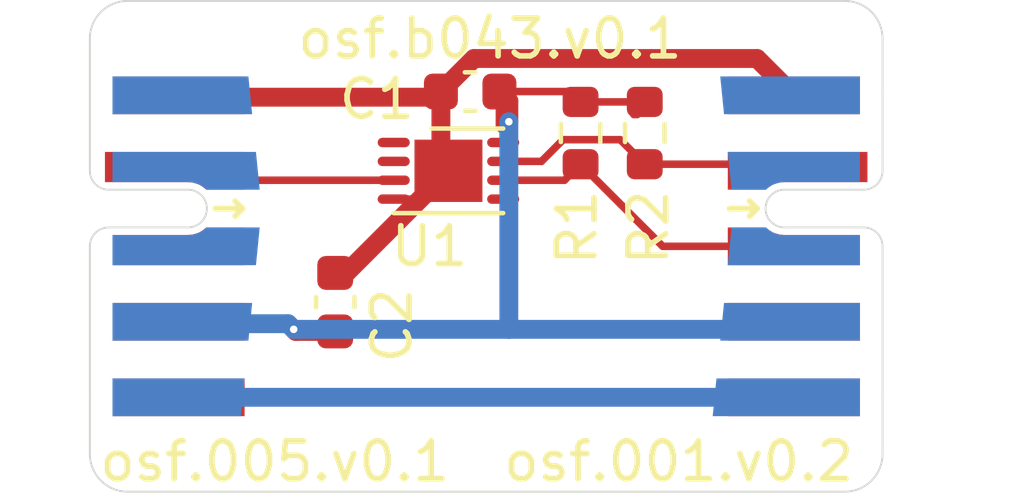
<source format=kicad_pcb>
(kicad_pcb (version 20171130) (host pcbnew "(5.1.9)-1")

  (general
    (thickness 1.6)
    (drawings 13)
    (tracks 44)
    (zones 0)
    (modules 7)
    (nets 7)
  )

  (page A4)
  (layers
    (0 F.Cu signal)
    (31 B.Cu signal)
    (32 B.Adhes user)
    (33 F.Adhes user)
    (34 B.Paste user)
    (35 F.Paste user)
    (36 B.SilkS user)
    (37 F.SilkS user)
    (38 B.Mask user)
    (39 F.Mask user)
    (40 Dwgs.User user)
    (41 Cmts.User user)
    (42 Eco1.User user)
    (43 Eco2.User user)
    (44 Edge.Cuts user)
    (45 Margin user)
    (46 B.CrtYd user)
    (47 F.CrtYd user)
    (48 B.Fab user)
    (49 F.Fab user)
  )

  (setup
    (last_trace_width 0.15)
    (user_trace_width 0.2)
    (user_trace_width 0.5)
    (trace_clearance 0.15)
    (zone_clearance 0.4)
    (zone_45_only no)
    (trace_min 0.15)
    (via_size 0.45)
    (via_drill 0.2)
    (via_min_size 0.45)
    (via_min_drill 0.2)
    (uvia_size 0.3)
    (uvia_drill 0.1)
    (uvias_allowed no)
    (uvia_min_size 0.2)
    (uvia_min_drill 0.1)
    (edge_width 0.05)
    (segment_width 0.2)
    (pcb_text_width 0.3)
    (pcb_text_size 1.5 1.5)
    (mod_edge_width 0.12)
    (mod_text_size 1 1)
    (mod_text_width 0.15)
    (pad_size 1.524 1.524)
    (pad_drill 0.762)
    (pad_to_mask_clearance 0.04)
    (solder_mask_min_width 0.1)
    (aux_axis_origin 0 0)
    (visible_elements 7FFFFFFF)
    (pcbplotparams
      (layerselection 0x010fc_ffffffff)
      (usegerberextensions false)
      (usegerberattributes false)
      (usegerberadvancedattributes false)
      (creategerberjobfile false)
      (excludeedgelayer true)
      (linewidth 0.100000)
      (plotframeref false)
      (viasonmask false)
      (mode 1)
      (useauxorigin false)
      (hpglpennumber 1)
      (hpglpenspeed 20)
      (hpglpendiameter 15.000000)
      (psnegative false)
      (psa4output false)
      (plotreference true)
      (plotvalue true)
      (plotinvisibletext false)
      (padsonsilk false)
      (subtractmaskfromsilk false)
      (outputformat 1)
      (mirror false)
      (drillshape 0)
      (scaleselection 1)
      (outputdirectory "gerber"))
  )

  (net 0 "")
  (net 1 GND)
  (net 2 +3V3)
  (net 3 /bridge/1wire)
  (net 4 +5V)
  (net 5 /bridge/SDA)
  (net 6 /bridge/SCL)

  (net_class Default "This is the default net class."
    (clearance 0.15)
    (trace_width 0.15)
    (via_dia 0.45)
    (via_drill 0.2)
    (uvia_dia 0.3)
    (uvia_drill 0.1)
    (add_net +3V3)
    (add_net +5V)
    (add_net /bridge/1wire)
    (add_net /bridge/SCL)
    (add_net /bridge/SDA)
    (add_net GND)
  )

  (module Resistor_SMD:R_0603_1608Metric (layer F.Cu) (tedit 5F68FEEE) (tstamp 60A85415)
    (at 91.7 77.5 270)
    (descr "Resistor SMD 0603 (1608 Metric), square (rectangular) end terminal, IPC_7351 nominal, (Body size source: IPC-SM-782 page 72, https://www.pcb-3d.com/wordpress/wp-content/uploads/ipc-sm-782a_amendment_1_and_2.pdf), generated with kicad-footprint-generator")
    (tags resistor)
    (path /60A8884F/60A8BE6F)
    (attr smd)
    (fp_text reference R2 (at 2.5 -0.1 90) (layer F.SilkS)
      (effects (font (size 1 1) (thickness 0.15)))
    )
    (fp_text value 2.2k (at 0 1.43 90) (layer F.Fab)
      (effects (font (size 1 1) (thickness 0.15)))
    )
    (fp_line (start -0.8 0.4125) (end -0.8 -0.4125) (layer F.Fab) (width 0.1))
    (fp_line (start -0.8 -0.4125) (end 0.8 -0.4125) (layer F.Fab) (width 0.1))
    (fp_line (start 0.8 -0.4125) (end 0.8 0.4125) (layer F.Fab) (width 0.1))
    (fp_line (start 0.8 0.4125) (end -0.8 0.4125) (layer F.Fab) (width 0.1))
    (fp_line (start -0.237258 -0.5225) (end 0.237258 -0.5225) (layer F.SilkS) (width 0.12))
    (fp_line (start -0.237258 0.5225) (end 0.237258 0.5225) (layer F.SilkS) (width 0.12))
    (fp_line (start -1.48 0.73) (end -1.48 -0.73) (layer F.CrtYd) (width 0.05))
    (fp_line (start -1.48 -0.73) (end 1.48 -0.73) (layer F.CrtYd) (width 0.05))
    (fp_line (start 1.48 -0.73) (end 1.48 0.73) (layer F.CrtYd) (width 0.05))
    (fp_line (start 1.48 0.73) (end -1.48 0.73) (layer F.CrtYd) (width 0.05))
    (fp_text user %R (at 0 0 90) (layer F.Fab)
      (effects (font (size 0.4 0.4) (thickness 0.06)))
    )
    (pad 2 smd roundrect (at 0.825 0 270) (size 0.8 0.95) (layers F.Cu F.Paste F.Mask) (roundrect_rratio 0.25)
      (net 5 /bridge/SDA))
    (pad 1 smd roundrect (at -0.825 0 270) (size 0.8 0.95) (layers F.Cu F.Paste F.Mask) (roundrect_rratio 0.25)
      (net 2 +3V3))
    (model ${KISYS3DMOD}/Resistor_SMD.3dshapes/R_0603_1608Metric.wrl
      (at (xyz 0 0 0))
      (scale (xyz 1 1 1))
      (rotate (xyz 0 0 0))
    )
  )

  (module Resistor_SMD:R_0603_1608Metric (layer F.Cu) (tedit 5F68FEEE) (tstamp 60A85404)
    (at 90 77.5 270)
    (descr "Resistor SMD 0603 (1608 Metric), square (rectangular) end terminal, IPC_7351 nominal, (Body size source: IPC-SM-782 page 72, https://www.pcb-3d.com/wordpress/wp-content/uploads/ipc-sm-782a_amendment_1_and_2.pdf), generated with kicad-footprint-generator")
    (tags resistor)
    (path /60A8884F/60A899C0)
    (attr smd)
    (fp_text reference R1 (at 2.5 0.1 90) (layer F.SilkS)
      (effects (font (size 1 1) (thickness 0.15)))
    )
    (fp_text value 2.2k (at 0 1.43 90) (layer F.Fab)
      (effects (font (size 1 1) (thickness 0.15)))
    )
    (fp_line (start -0.8 0.4125) (end -0.8 -0.4125) (layer F.Fab) (width 0.1))
    (fp_line (start -0.8 -0.4125) (end 0.8 -0.4125) (layer F.Fab) (width 0.1))
    (fp_line (start 0.8 -0.4125) (end 0.8 0.4125) (layer F.Fab) (width 0.1))
    (fp_line (start 0.8 0.4125) (end -0.8 0.4125) (layer F.Fab) (width 0.1))
    (fp_line (start -0.237258 -0.5225) (end 0.237258 -0.5225) (layer F.SilkS) (width 0.12))
    (fp_line (start -0.237258 0.5225) (end 0.237258 0.5225) (layer F.SilkS) (width 0.12))
    (fp_line (start -1.48 0.73) (end -1.48 -0.73) (layer F.CrtYd) (width 0.05))
    (fp_line (start -1.48 -0.73) (end 1.48 -0.73) (layer F.CrtYd) (width 0.05))
    (fp_line (start 1.48 -0.73) (end 1.48 0.73) (layer F.CrtYd) (width 0.05))
    (fp_line (start 1.48 0.73) (end -1.48 0.73) (layer F.CrtYd) (width 0.05))
    (fp_text user %R (at 0 0 90) (layer F.Fab)
      (effects (font (size 0.4 0.4) (thickness 0.06)))
    )
    (pad 2 smd roundrect (at 0.825 0 270) (size 0.8 0.95) (layers F.Cu F.Paste F.Mask) (roundrect_rratio 0.25)
      (net 6 /bridge/SCL))
    (pad 1 smd roundrect (at -0.825 0 270) (size 0.8 0.95) (layers F.Cu F.Paste F.Mask) (roundrect_rratio 0.25)
      (net 2 +3V3))
    (model ${KISYS3DMOD}/Resistor_SMD.3dshapes/R_0603_1608Metric.wrl
      (at (xyz 0 0 0))
      (scale (xyz 1 1 1))
      (rotate (xyz 0 0 0))
    )
  )

  (module Capacitor_SMD:C_0603_1608Metric (layer F.Cu) (tedit 5F68FEEE) (tstamp 60A853B3)
    (at 83.5 81.98 90)
    (descr "Capacitor SMD 0603 (1608 Metric), square (rectangular) end terminal, IPC_7351 nominal, (Body size source: IPC-SM-782 page 76, https://www.pcb-3d.com/wordpress/wp-content/uploads/ipc-sm-782a_amendment_1_and_2.pdf), generated with kicad-footprint-generator")
    (tags capacitor)
    (path /60A8884F/60A8ADEB)
    (attr smd)
    (fp_text reference C2 (at -0.62 1.5 90) (layer F.SilkS)
      (effects (font (size 1 1) (thickness 0.15)))
    )
    (fp_text value 1uF (at 0 1.43 90) (layer F.Fab)
      (effects (font (size 1 1) (thickness 0.15)))
    )
    (fp_line (start -0.8 0.4) (end -0.8 -0.4) (layer F.Fab) (width 0.1))
    (fp_line (start -0.8 -0.4) (end 0.8 -0.4) (layer F.Fab) (width 0.1))
    (fp_line (start 0.8 -0.4) (end 0.8 0.4) (layer F.Fab) (width 0.1))
    (fp_line (start 0.8 0.4) (end -0.8 0.4) (layer F.Fab) (width 0.1))
    (fp_line (start -0.14058 -0.51) (end 0.14058 -0.51) (layer F.SilkS) (width 0.12))
    (fp_line (start -0.14058 0.51) (end 0.14058 0.51) (layer F.SilkS) (width 0.12))
    (fp_line (start -1.48 0.73) (end -1.48 -0.73) (layer F.CrtYd) (width 0.05))
    (fp_line (start -1.48 -0.73) (end 1.48 -0.73) (layer F.CrtYd) (width 0.05))
    (fp_line (start 1.48 -0.73) (end 1.48 0.73) (layer F.CrtYd) (width 0.05))
    (fp_line (start 1.48 0.73) (end -1.48 0.73) (layer F.CrtYd) (width 0.05))
    (fp_text user %R (at 0 0 90) (layer F.Fab)
      (effects (font (size 0.4 0.4) (thickness 0.06)))
    )
    (pad 2 smd roundrect (at 0.775 0 90) (size 0.9 0.95) (layers F.Cu F.Paste F.Mask) (roundrect_rratio 0.25)
      (net 1 GND))
    (pad 1 smd roundrect (at -0.775 0 90) (size 0.9 0.95) (layers F.Cu F.Paste F.Mask) (roundrect_rratio 0.25)
      (net 2 +3V3))
    (model ${KISYS3DMOD}/Capacitor_SMD.3dshapes/C_0603_1608Metric.wrl
      (at (xyz 0 0 0))
      (scale (xyz 1 1 1))
      (rotate (xyz 0 0 0))
    )
  )

  (module Capacitor_SMD:C_0603_1608Metric (layer F.Cu) (tedit 5F68FEEE) (tstamp 60A86155)
    (at 87.075 76.4 180)
    (descr "Capacitor SMD 0603 (1608 Metric), square (rectangular) end terminal, IPC_7351 nominal, (Body size source: IPC-SM-782 page 76, https://www.pcb-3d.com/wordpress/wp-content/uploads/ipc-sm-782a_amendment_1_and_2.pdf), generated with kicad-footprint-generator")
    (tags capacitor)
    (path /60A8884F/60A8ADF8)
    (attr smd)
    (fp_text reference C1 (at 2.475 -0.2) (layer F.SilkS)
      (effects (font (size 1 1) (thickness 0.15)))
    )
    (fp_text value 1uF (at 0 1.43) (layer F.Fab)
      (effects (font (size 1 1) (thickness 0.15)))
    )
    (fp_line (start -0.8 0.4) (end -0.8 -0.4) (layer F.Fab) (width 0.1))
    (fp_line (start -0.8 -0.4) (end 0.8 -0.4) (layer F.Fab) (width 0.1))
    (fp_line (start 0.8 -0.4) (end 0.8 0.4) (layer F.Fab) (width 0.1))
    (fp_line (start 0.8 0.4) (end -0.8 0.4) (layer F.Fab) (width 0.1))
    (fp_line (start -0.14058 -0.51) (end 0.14058 -0.51) (layer F.SilkS) (width 0.12))
    (fp_line (start -0.14058 0.51) (end 0.14058 0.51) (layer F.SilkS) (width 0.12))
    (fp_line (start -1.48 0.73) (end -1.48 -0.73) (layer F.CrtYd) (width 0.05))
    (fp_line (start -1.48 -0.73) (end 1.48 -0.73) (layer F.CrtYd) (width 0.05))
    (fp_line (start 1.48 -0.73) (end 1.48 0.73) (layer F.CrtYd) (width 0.05))
    (fp_line (start 1.48 0.73) (end -1.48 0.73) (layer F.CrtYd) (width 0.05))
    (fp_text user %R (at 0 0) (layer F.Fab)
      (effects (font (size 0.4 0.4) (thickness 0.06)))
    )
    (pad 2 smd roundrect (at 0.775 0 180) (size 0.9 0.95) (layers F.Cu F.Paste F.Mask) (roundrect_rratio 0.25)
      (net 1 GND))
    (pad 1 smd roundrect (at -0.775 0 180) (size 0.9 0.95) (layers F.Cu F.Paste F.Mask) (roundrect_rratio 0.25)
      (net 2 +3V3))
    (model ${KISYS3DMOD}/Capacitor_SMD.3dshapes/C_0603_1608Metric.wrl
      (at (xyz 0 0 0))
      (scale (xyz 1 1 1))
      (rotate (xyz 0 0 0))
    )
  )

  (module Package_DFN_QFN:TDFN-8-1EP_3x2mm_P0.5mm_EP1.80x1.65mm (layer F.Cu) (tedit 5EA4C161) (tstamp 60A85431)
    (at 86.5 78.5)
    (descr "8-lead plastic dual flat, 2x3x0.75mm size, 0.5mm pitch (http://ww1.microchip.com/downloads/en/DeviceDoc/8L_TDFN_2x3_MN_C04-0129E-MN.pdf)")
    (tags "TDFN DFN 0.5mm")
    (path /60A8884F/60A899D5)
    (attr smd)
    (fp_text reference U1 (at -0.5 2) (layer F.SilkS)
      (effects (font (size 1 1) (thickness 0.15)))
    )
    (fp_text value DS28E18 (at 0 1.88) (layer F.Fab)
      (effects (font (size 1 1) (thickness 0.15)))
    )
    (fp_line (start -1.5 -0.5) (end -1.5 1) (layer F.Fab) (width 0.1))
    (fp_line (start -1.5 1) (end 1.5 1) (layer F.Fab) (width 0.1))
    (fp_line (start 1.5 1) (end 1.5 -1) (layer F.Fab) (width 0.1))
    (fp_line (start 1.5 -1) (end -1 -1) (layer F.Fab) (width 0.1))
    (fp_line (start -1 -1) (end -1.5 -0.5) (layer F.Fab) (width 0.1))
    (fp_line (start -0.45 -1.12) (end 1.45 -1.12) (layer F.SilkS) (width 0.12))
    (fp_line (start -1.45 1.12) (end 1.45 1.12) (layer F.SilkS) (width 0.12))
    (fp_line (start -2.13 -1.25) (end -2.13 1.25) (layer F.CrtYd) (width 0.05))
    (fp_line (start -2.13 1.25) (end 2.13 1.25) (layer F.CrtYd) (width 0.05))
    (fp_line (start 2.13 1.25) (end 2.13 -1.25) (layer F.CrtYd) (width 0.05))
    (fp_line (start 2.13 -1.25) (end -2.13 -1.25) (layer F.CrtYd) (width 0.05))
    (fp_text user %R (at 0 0) (layer F.Fab)
      (effects (font (size 0.6 0.6) (thickness 0.09)))
    )
    (pad "" smd rect (at 0 0.5) (size 0.7 0.65) (layers F.Paste))
    (pad "" smd rect (at 0 -0.5) (size 0.7 0.65) (layers F.Paste))
    (pad "" smd rect (at 0 0) (size 1.8 0.7) (layers F.Paste))
    (pad 9 smd rect (at 0 0) (size 1.8 1.65) (layers F.Cu F.Mask)
      (net 1 GND))
    (pad 5 smd oval (at 1.45 0.75) (size 0.85 0.25) (layers F.Cu F.Paste F.Mask))
    (pad 6 smd oval (at 1.45 0.25) (size 0.85 0.25) (layers F.Cu F.Paste F.Mask)
      (net 6 /bridge/SCL))
    (pad 7 smd oval (at 1.45 -0.25) (size 0.85 0.25) (layers F.Cu F.Paste F.Mask)
      (net 5 /bridge/SDA))
    (pad 8 smd oval (at 1.45 -0.75) (size 0.85 0.25) (layers F.Cu F.Paste F.Mask)
      (net 2 +3V3))
    (pad 4 smd oval (at -1.45 0.75) (size 0.85 0.25) (layers F.Cu F.Paste F.Mask)
      (net 1 GND))
    (pad 3 smd oval (at -1.45 0.25) (size 0.85 0.25) (layers F.Cu F.Paste F.Mask)
      (net 3 /bridge/1wire))
    (pad 2 smd oval (at -1.45 -0.25) (size 0.85 0.25) (layers F.Cu F.Paste F.Mask))
    (pad 1 smd oval (at -1.45 -0.75) (size 0.85 0.25) (layers F.Cu F.Paste F.Mask))
    (model ${KISYS3DMOD}/Package_DFN_QFN.3dshapes/TDFN-8-1EP_3x2mm_P0.5mm_EP1.80x1.65mm.wrl
      (at (xyz 0 0 0))
      (scale (xyz 1 1 1))
      (rotate (xyz 0 0 0))
    )
  )

  (module on_edge:on_edge_2x05_host (layer F.Cu) (tedit 607DF692) (tstamp 60A853F3)
    (at 98 80.5 270)
    (path /60A85358)
    (attr virtual)
    (fp_text reference J2 (at 0.05 -3.2 180 unlocked) (layer F.Fab)
      (effects (font (size 0.5 0.5) (thickness 0.125)))
    )
    (fp_text value 001_I2C (at -1.2 -2 90) (layer F.Fab)
      (effects (font (size 1 1) (thickness 0.15)))
    )
    (fp_line (start 5 -0.5) (end 5 5) (layer B.CrtYd) (width 0.05))
    (fp_line (start -5 -0.5) (end 5 -0.5) (layer B.CrtYd) (width 0.05))
    (fp_line (start -5 5) (end -5 -0.5) (layer B.CrtYd) (width 0.05))
    (fp_line (start 5 5) (end -5 5) (layer B.CrtYd) (width 0.05))
    (fp_line (start -5 -0.5) (end -5 5) (layer F.CrtYd) (width 0.05))
    (fp_line (start 5 -0.5) (end -5 -0.5) (layer F.CrtYd) (width 0.05))
    (fp_line (start 5 5) (end 5 -0.5) (layer F.CrtYd) (width 0.05))
    (fp_line (start -5 5) (end 5 5) (layer F.CrtYd) (width 0.05))
    (fp_line (start 0 0) (end 4 0) (layer Edge.Cuts) (width 0.05))
    (fp_line (start -4 0) (end -2 0) (layer Edge.Cuts) (width 0.05))
    (fp_line (start -0.5 2.6) (end -0.5 0.5) (layer Edge.Cuts) (width 0.05))
    (fp_line (start -1.5 0.5) (end -1.5 2.6) (layer Edge.Cuts) (width 0.05))
    (fp_line (start -1 3.323) (end -1.2 3.523) (layer F.SilkS) (width 0.153))
    (fp_line (start -0.8 3.523) (end -1 3.323) (layer F.SilkS) (width 0.153))
    (fp_line (start -1 4.05) (end -1 3.323) (layer F.SilkS) (width 0.153))
    (fp_arc (start 0 0.5) (end 0 0) (angle -90) (layer Edge.Cuts) (width 0.05))
    (fp_arc (start -2 0.5) (end -1.5 0.5) (angle -90) (layer Edge.Cuts) (width 0.05))
    (fp_arc (start -1 2.6) (end -1.5 2.6) (angle -180) (layer Edge.Cuts) (width 0.05))
    (pad 2 smd custom (at -2 3.6 270) (size 1 1) (layers F.Cu F.Mask)
      (net 5 /bridge/SDA) (zone_connect 0)
      (options (clearance outline) (anchor rect))
      (primitives
        (gr_poly (pts
           (xy 0.3 -0.99) (xy 0.31 -0.88) (xy 0.33 -0.8) (xy 0.35 -0.74) (xy 0.37 -0.69)
           (xy 0.4 -0.64) (xy 0.44 -0.58) (xy 0.48 -0.53) (xy 0.5 -0.51) (xy 0.5 0.5)
           (xy -0.5 0.5) (xy -0.5 -3.2) (xy 0.3 -3.2)) (width 0))
      ))
    (pad 3 smd custom (at 0 3.6 270) (size 1 1) (layers F.Cu F.Mask)
      (net 6 /bridge/SCL) (zone_connect 0)
      (options (clearance outline) (anchor rect))
      (primitives
        (gr_poly (pts
           (xy -0.3 -0.99) (xy -0.31 -0.88) (xy -0.33 -0.8) (xy -0.35 -0.74) (xy -0.37 -0.69)
           (xy -0.4 -0.64) (xy -0.44 -0.58) (xy -0.48 -0.53) (xy -0.5 -0.51) (xy -0.5 0.5)
           (xy 0.5 0.5) (xy 0.5 -3) (xy -0.3 -3)) (width 0))
      ))
    (pad 8 smd custom (at 0 2.1 90) (size 0.4 0.4) (layers B.Cu B.Mask)
      (zone_connect 0)
      (options (clearance outline) (anchor rect))
      (primitives
        (gr_poly (pts
           (xy 0.3 -0.51) (xy 0.31 -0.62) (xy 0.33 -0.7) (xy 0.35 -0.76) (xy 0.37 -0.81)
           (xy 0.4 -0.86) (xy 0.44 -0.92) (xy 0.48 -0.97) (xy 0.5 -0.99) (xy 0.5 -1.9)
           (xy -0.5 -2) (xy -0.5 1.5) (xy 0.3 1.5)) (width 0))
      ))
    (pad 7 smd custom (at -2 2.1 90) (size 0.4 0.4) (layers B.Cu B.Mask)
      (zone_connect 0)
      (options (clearance outline) (anchor rect))
      (primitives
        (gr_poly (pts
           (xy -0.3 -0.51) (xy -0.31 -0.62) (xy -0.33 -0.7) (xy -0.35 -0.76) (xy -0.37 -0.81)
           (xy -0.4 -0.86) (xy -0.44 -0.92) (xy -0.48 -0.97) (xy -0.5 -0.99) (xy -0.5 -1.9)
           (xy 0.5 -2) (xy 0.5 1.5) (xy -0.3 1.5)) (width 0))
      ))
    (pad 4 smd rect (at 2 2.35 270) (size 1 3.5) (layers F.Cu F.Mask)
      (zone_connect 0))
    (pad 10 smd custom (at 4 2.5 90) (size 1 3.8) (layers B.Cu B.Mask)
      (net 4 +5V) (zone_connect 0)
      (options (clearance outline) (anchor rect))
      (primitives
        (gr_poly (pts
           (xy 0.5 -1.9) (xy -0.5 -2) (xy -0.5 -1.9)) (width 0))
      ))
    (pad 9 smd custom (at 2 2.4 90) (size 1 3.6) (layers B.Cu B.Mask)
      (net 2 +3V3) (zone_connect 0)
      (options (clearance outline) (anchor rect))
      (primitives
        (gr_poly (pts
           (xy 0.5 -1.8) (xy -0.5 -1.9) (xy -0.5 -1.8)) (width 0))
      ))
    (pad 6 smd custom (at -4 2.4 90) (size 1 3.6) (layers B.Cu B.Mask)
      (zone_connect 0)
      (options (clearance outline) (anchor rect))
      (primitives
        (gr_poly (pts
           (xy 0.5 -1.8) (xy 0.5 -1.9) (xy -0.5 -1.8)) (width 0))
      ))
    (pad 5 smd rect (at 4 2.35 270) (size 1 3.5) (layers F.Cu F.Mask)
      (zone_connect 0))
    (pad 1 smd rect (at -4 2.35 270) (size 1 3.5) (layers F.Cu F.Mask)
      (net 1 GND) (zone_connect 0))
  )

  (module on_edge:on_edge_2x05_device (layer F.Cu) (tedit 607DF540) (tstamp 60A853D3)
    (at 77 80.5 270)
    (path /60A80E5F)
    (attr virtual)
    (fp_text reference J1 (at 0 1.2 270 unlocked) (layer F.Fab)
      (effects (font (size 0.5 0.5) (thickness 0.05)))
    )
    (fp_text value 005_1wire (at 0 2 270 unlocked) (layer F.Fab)
      (effects (font (size 0.5 0.5) (thickness 0.05)))
    )
    (fp_line (start -1.5 -2.6) (end -1.5 -0.5) (layer Edge.Cuts) (width 0.05))
    (fp_line (start -0.5 -0.5) (end -0.5 -2.6) (layer Edge.Cuts) (width 0.05))
    (fp_line (start -1.2 -3.85) (end -1 -4.05) (layer F.SilkS) (width 0.153))
    (fp_line (start -1 -4.05) (end -0.8 -3.85) (layer F.SilkS) (width 0.153))
    (fp_line (start -1 -4.05) (end -1 -3.323) (layer F.SilkS) (width 0.153))
    (fp_line (start -4 0) (end -2 0) (layer Edge.Cuts) (width 0.05))
    (fp_line (start 0 0) (end 4 0) (layer Edge.Cuts) (width 0.05))
    (fp_line (start -5 -5) (end 5 -5) (layer F.CrtYd) (width 0.05))
    (fp_line (start 5 -5) (end 5 0.5) (layer F.CrtYd) (width 0.05))
    (fp_line (start 5 0.5) (end -5 0.5) (layer F.CrtYd) (width 0.05))
    (fp_line (start -5 0.5) (end -5 -5) (layer F.CrtYd) (width 0.05))
    (fp_line (start 5 -5) (end -5 -5) (layer B.CrtYd) (width 0.05))
    (fp_line (start -5 -5) (end -5 0.5) (layer B.CrtYd) (width 0.05))
    (fp_line (start -5 0.5) (end 5 0.5) (layer B.CrtYd) (width 0.05))
    (fp_line (start 5 0.5) (end 5 -5) (layer B.CrtYd) (width 0.05))
    (fp_arc (start -2 -0.5) (end -2 0) (angle -90) (layer Edge.Cuts) (width 0.05))
    (fp_arc (start 0 -0.5) (end -0.5 -0.5) (angle -90) (layer Edge.Cuts) (width 0.05))
    (fp_arc (start -1 -2.6) (end -0.5 -2.6) (angle -180) (layer Edge.Cuts) (width 0.05))
    (pad 2 smd custom (at -2 -3.6 270) (size 1 1) (layers F.Cu F.Mask)
      (net 3 /bridge/1wire) (zone_connect 0)
      (options (clearance outline) (anchor rect))
      (primitives
        (gr_poly (pts
           (xy 0.3 1) (xy 0.31 0.89) (xy 0.33 0.81) (xy 0.35 0.75) (xy 0.37 0.7)
           (xy 0.4 0.65) (xy 0.44 0.59) (xy 0.48 0.54) (xy 0.5 0.52) (xy 0.5 -0.5)
           (xy -0.5 -0.5) (xy -0.5 3.2) (xy 0.3 3.2)) (width 0))
      ))
    (pad 3 smd custom (at 0 -3.6 270) (size 1 1) (layers F.Cu F.Mask)
      (zone_connect 0)
      (options (clearance outline) (anchor rect))
      (primitives
        (gr_poly (pts
           (xy -0.3 1) (xy -0.31 0.89) (xy -0.33 0.81) (xy -0.35 0.75) (xy -0.37 0.7)
           (xy -0.4 0.65) (xy -0.44 0.59) (xy -0.48 0.54) (xy -0.5 0.52) (xy -0.5 -0.5)
           (xy 0.5 -0.5) (xy 0.5 3) (xy -0.3 3)) (width 0))
      ))
    (pad 8 smd custom (at 0 -2.1 270) (size 0.4 0.4) (layers B.Cu B.Mask)
      (zone_connect 0)
      (options (clearance outline) (anchor rect))
      (primitives
        (gr_poly (pts
           (xy -0.3 -0.51) (xy -0.31 -0.62) (xy -0.33 -0.7) (xy -0.35 -0.76) (xy -0.37 -0.81)
           (xy -0.4 -0.86) (xy -0.44 -0.92) (xy -0.48 -0.97) (xy -0.5 -0.99) (xy -0.5 -2.4)
           (xy 0.5 -2.3) (xy 0.5 1.5) (xy -0.3 1.5)) (width 0))
      ))
    (pad 7 smd custom (at -2 -2.1 270) (size 0.4 0.4) (layers B.Cu B.Mask)
      (zone_connect 0)
      (options (clearance outline) (anchor rect))
      (primitives
        (gr_poly (pts
           (xy 0.3 -0.51) (xy 0.31 -0.62) (xy 0.33 -0.7) (xy 0.35 -0.76) (xy 0.37 -0.81)
           (xy 0.4 -0.86) (xy 0.44 -0.92) (xy 0.48 -0.97) (xy 0.5 -0.99) (xy 0.5 -2.4)
           (xy -0.5 -2.3) (xy -0.5 1.5) (xy 0.3 1.5)) (width 0))
      ))
    (pad 10 smd custom (at 4 -2.3 270) (size 1 3.4) (layers B.Cu B.Mask)
      (net 4 +5V) (zone_connect 0)
      (options (clearance outline) (anchor rect))
      (primitives
        (gr_poly (pts
           (xy -0.5 -1.7) (xy -0.5 -1.8) (xy 0.5 -1.7)) (width 0))
      ))
    (pad 9 smd custom (at 2 -2.4 270) (size 1 3.6) (layers B.Cu B.Mask)
      (net 2 +3V3) (zone_connect 0)
      (options (clearance outline) (anchor rect))
      (primitives
        (gr_poly (pts
           (xy -0.5 -1.8) (xy -0.5 -1.9) (xy 0.5 -1.8)) (width 0))
      ))
    (pad 6 smd custom (at -4 -2.4 270) (size 1 3.6) (layers B.Cu B.Mask)
      (zone_connect 0)
      (options (clearance outline) (anchor rect))
      (primitives
        (gr_poly (pts
           (xy 0.5 -1.8) (xy 0.5 -1.9) (xy -0.5 -1.8)) (width 0))
      ))
    (pad 5 smd rect (at 4 -2.35 90) (size 1 3.5) (layers F.Cu F.Mask)
      (zone_connect 0))
    (pad 1 smd rect (at -4 -2.35 90) (size 1 3.5) (layers F.Cu F.Mask)
      (net 1 GND) (zone_connect 0))
    (pad 4 smd rect (at 2 -2.35 90) (size 1 3.5) (layers F.Cu F.Mask)
      (zone_connect 0))
  )

  (gr_text osf.001.v0.2 (at 92.6 86.2) (layer F.SilkS) (tstamp 60A86256)
    (effects (font (size 1 1) (thickness 0.15)))
  )
  (gr_text osf.005.v0.1 (at 81.9 86.2) (layer F.SilkS) (tstamp 60A86256)
    (effects (font (size 1 1) (thickness 0.15)))
  )
  (gr_text osf.b043.v0.1 (at 87.6 75) (layer F.SilkS)
    (effects (font (size 1 1) (thickness 0.15)))
  )
  (gr_line (start 77 86) (end 77 84.5) (layer Edge.Cuts) (width 0.05))
  (gr_line (start 98 76.5) (end 98 75) (layer Edge.Cuts) (width 0.05) (tstamp 6083D7CB))
  (gr_line (start 98 86) (end 98 84.5) (layer Edge.Cuts) (width 0.05))
  (gr_line (start 97 74) (end 78 74) (layer Edge.Cuts) (width 0.05) (tstamp 6083D74C))
  (gr_line (start 77 76.5) (end 77 75) (layer Edge.Cuts) (width 0.05) (tstamp 6083704E))
  (gr_line (start 97 87) (end 78 87) (layer Edge.Cuts) (width 0.05) (tstamp 6083704D))
  (gr_arc (start 78 86) (end 77 86) (angle -90) (layer Edge.Cuts) (width 0.05))
  (gr_arc (start 97 86) (end 97 87) (angle -90) (layer Edge.Cuts) (width 0.05))
  (gr_arc (start 78 75) (end 78 74) (angle -90) (layer Edge.Cuts) (width 0.05))
  (gr_arc (start 97 75) (end 98 75) (angle -90) (layer Edge.Cuts) (width 0.05))

  (segment (start 86.15 76.55) (end 86.3 76.4) (width 0.5) (layer F.Cu) (net 1))
  (segment (start 79.35 76.55) (end 86.15 76.55) (width 0.5) (layer F.Cu) (net 1))
  (segment (start 86.3 78.3) (end 86.5 78.5) (width 0.5) (layer F.Cu) (net 1))
  (segment (start 86.3 76.4) (end 86.3 78.3) (width 0.5) (layer F.Cu) (net 1))
  (segment (start 83.795 81.205) (end 83.5 81.205) (width 0.5) (layer F.Cu) (net 1))
  (segment (start 86.5 78.5) (end 83.795 81.205) (width 0.5) (layer F.Cu) (net 1))
  (segment (start 87.17501 75.52499) (end 86.3 76.4) (width 0.5) (layer F.Cu) (net 1))
  (segment (start 94.67499 75.52499) (end 87.17501 75.52499) (width 0.5) (layer F.Cu) (net 1))
  (segment (start 95.65 76.5) (end 94.67499 75.52499) (width 0.5) (layer F.Cu) (net 1))
  (segment (start 85.75 79.25) (end 86.5 78.5) (width 0.2) (layer F.Cu) (net 1))
  (segment (start 85.05 79.25) (end 85.75 79.25) (width 0.2) (layer F.Cu) (net 1))
  (segment (start 82.25 82.55) (end 82.4 82.7) (width 0.5) (layer B.Cu) (net 2))
  (via (at 82.4 82.7) (size 0.45) (drill 0.2) (layers F.Cu B.Cu) (net 2))
  (segment (start 79.4 82.55) (end 82.25 82.55) (width 0.5) (layer B.Cu) (net 2))
  (segment (start 91.5 77.01) (end 91.41 77.01) (width 0.2) (layer F.Cu) (net 2))
  (segment (start 87.85 77.35) (end 87.85 76.4) (width 0.2) (layer F.Cu) (net 2))
  (segment (start 87.95 77.45) (end 87.85 77.35) (width 0.2) (layer F.Cu) (net 2))
  (segment (start 87.95 77.75) (end 87.95 77.45) (width 0.2) (layer F.Cu) (net 2))
  (segment (start 89.725 76.4) (end 90 76.675) (width 0.2) (layer F.Cu) (net 2))
  (segment (start 87.85 76.4) (end 89.725 76.4) (width 0.2) (layer F.Cu) (net 2))
  (segment (start 90 76.675) (end 91.7 76.675) (width 0.2) (layer F.Cu) (net 2))
  (segment (start 82.455 82.755) (end 82.4 82.7) (width 0.5) (layer F.Cu) (net 2))
  (segment (start 83.5 82.755) (end 82.455 82.755) (width 0.5) (layer F.Cu) (net 2))
  (segment (start 95.4 82.7) (end 95.6 82.5) (width 0.5) (layer B.Cu) (net 2))
  (via (at 88.1 77.2) (size 0.45) (drill 0.2) (layers F.Cu B.Cu) (net 2))
  (segment (start 82.4 82.7) (end 88.1 82.7) (width 0.5) (layer B.Cu) (net 2))
  (segment (start 88.1 82.7) (end 88.1 77.2) (width 0.5) (layer B.Cu) (net 2))
  (segment (start 88.1 82.7) (end 95.4 82.7) (width 0.5) (layer B.Cu) (net 2))
  (segment (start 88.1 76.65) (end 87.85 76.4) (width 0.5) (layer F.Cu) (net 2))
  (segment (start 88.1 77.2) (end 88.1 76.65) (width 0.5) (layer F.Cu) (net 2))
  (segment (start 80.8 78.75) (end 80.6 78.55) (width 0.2) (layer F.Cu) (net 3))
  (segment (start 85.05 78.75) (end 80.8 78.75) (width 0.2) (layer F.Cu) (net 3))
  (segment (start 79.35 84.5) (end 79.3 84.55) (width 0.5) (layer B.Cu) (net 4))
  (segment (start 95.5 84.5) (end 79.35 84.5) (width 0.5) (layer B.Cu) (net 4))
  (segment (start 91.04999 77.67499) (end 91.7 78.325) (width 0.2) (layer F.Cu) (net 5))
  (segment (start 89.538598 77.67499) (end 91.04999 77.67499) (width 0.2) (layer F.Cu) (net 5))
  (segment (start 88.963588 78.25) (end 89.538598 77.67499) (width 0.2) (layer F.Cu) (net 5))
  (segment (start 87.95 78.25) (end 88.963588 78.25) (width 0.2) (layer F.Cu) (net 5))
  (segment (start 94.225 78.325) (end 94.4 78.5) (width 0.2) (layer F.Cu) (net 5))
  (segment (start 91.7 78.325) (end 94.225 78.325) (width 0.2) (layer F.Cu) (net 5))
  (segment (start 92.175 80.5) (end 90 78.325) (width 0.2) (layer F.Cu) (net 6))
  (segment (start 94.4 80.5) (end 92.175 80.5) (width 0.2) (layer F.Cu) (net 6))
  (segment (start 89.575 78.75) (end 90 78.325) (width 0.2) (layer F.Cu) (net 6))
  (segment (start 87.95 78.75) (end 89.575 78.75) (width 0.2) (layer F.Cu) (net 6))

)

</source>
